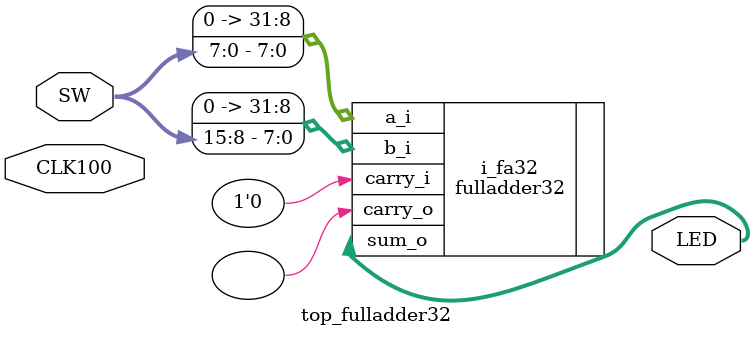
<source format=sv>
module top_fulladder32 (
    input CLK100,
    input [15:0] SW,
    output [15:0] LED
);

  fulladder32 i_fa32
  (
    .a_i     ( { 24'd0, SW[ 7:0] } ),
    .b_i     ( { 24'd0, SW[15:8] } ),
    .carry_i ( 1'b0                ),
    .sum_o   ( LED                 ),
    .carry_o (                     )
  );

endmodule

</source>
